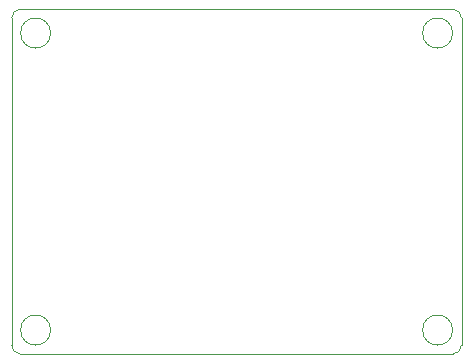
<source format=gm1>
%TF.GenerationSoftware,KiCad,Pcbnew,(5.1.10-1-10_14)*%
%TF.CreationDate,2021-08-15T15:03:56-03:00*%
%TF.ProjectId,bacee,62616365-652e-46b6-9963-61645f706362,1*%
%TF.SameCoordinates,Original*%
%TF.FileFunction,Profile,NP*%
%FSLAX46Y46*%
G04 Gerber Fmt 4.6, Leading zero omitted, Abs format (unit mm)*
G04 Created by KiCad (PCBNEW (5.1.10-1-10_14)) date 2021-08-15 15:03:56*
%MOMM*%
%LPD*%
G01*
G04 APERTURE LIST*
%TA.AperFunction,Profile*%
%ADD10C,0.050000*%
%TD*%
G04 APERTURE END LIST*
D10*
X59182000Y-130810000D02*
G75*
G02*
X58420000Y-130048000I0J762000D01*
G01*
X96520000Y-130048000D02*
G75*
G02*
X95758000Y-130810000I-762000J0D01*
G01*
X95758000Y-101600000D02*
G75*
G02*
X96520000Y-102362000I0J-762000D01*
G01*
X58420000Y-102362000D02*
G75*
G02*
X59182000Y-101600000I762000J0D01*
G01*
X95758000Y-103632000D02*
G75*
G03*
X95758000Y-103632000I-1270000J0D01*
G01*
X95758000Y-128778000D02*
G75*
G03*
X95758000Y-128778000I-1270000J0D01*
G01*
X61722000Y-128778000D02*
G75*
G03*
X61722000Y-128778000I-1270000J0D01*
G01*
X61722000Y-103632000D02*
G75*
G03*
X61722000Y-103632000I-1270000J0D01*
G01*
X96520000Y-130048000D02*
X96520000Y-102362000D01*
X59182000Y-130810000D02*
X95758000Y-130810000D01*
X58420000Y-102362000D02*
X58420000Y-130048000D01*
X95758000Y-101600000D02*
X59182000Y-101600000D01*
M02*

</source>
